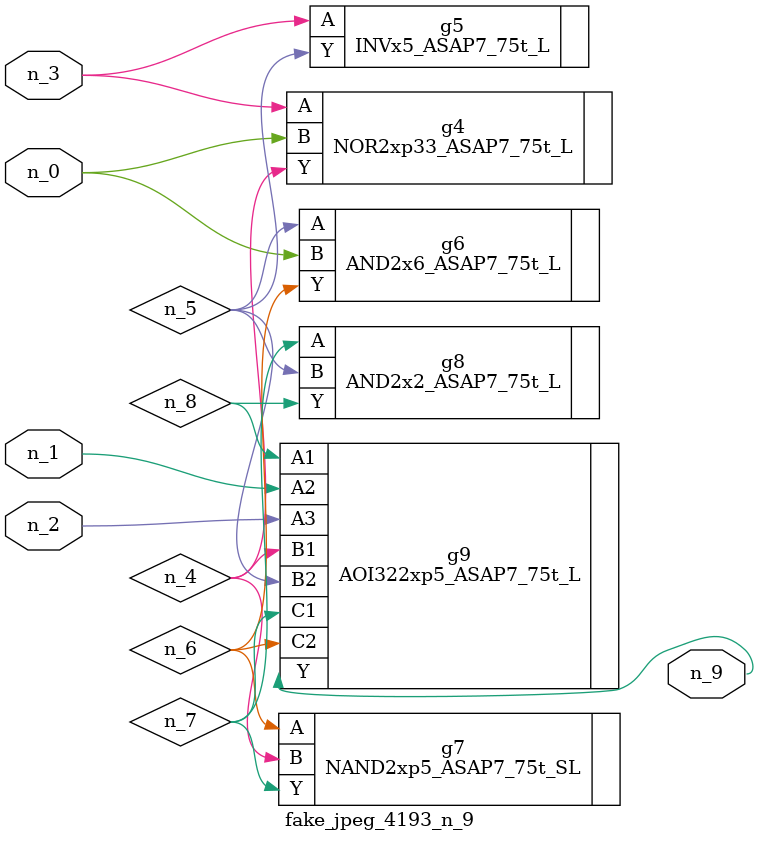
<source format=v>
module fake_jpeg_4193_n_9 (n_0, n_3, n_2, n_1, n_9);

input n_0;
input n_3;
input n_2;
input n_1;

output n_9;

wire n_4;
wire n_8;
wire n_6;
wire n_5;
wire n_7;

NOR2xp33_ASAP7_75t_L g4 ( 
.A(n_3),
.B(n_0),
.Y(n_4)
);

INVx5_ASAP7_75t_L g5 ( 
.A(n_3),
.Y(n_5)
);

AND2x6_ASAP7_75t_L g6 ( 
.A(n_5),
.B(n_0),
.Y(n_6)
);

NAND2xp5_ASAP7_75t_SL g7 ( 
.A(n_6),
.B(n_4),
.Y(n_7)
);

AND2x2_ASAP7_75t_L g8 ( 
.A(n_7),
.B(n_5),
.Y(n_8)
);

AOI322xp5_ASAP7_75t_L g9 ( 
.A1(n_8),
.A2(n_1),
.A3(n_2),
.B1(n_4),
.B2(n_5),
.C1(n_7),
.C2(n_6),
.Y(n_9)
);


endmodule
</source>
